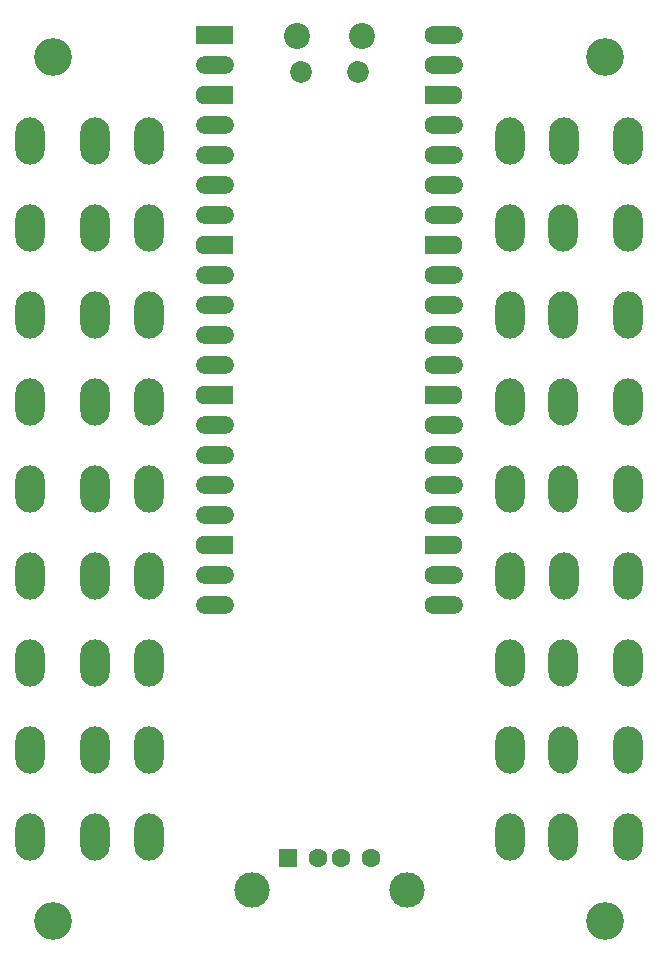
<source format=gbr>
%TF.GenerationSoftware,KiCad,Pcbnew,7.0.10*%
%TF.CreationDate,2024-03-07T13:06:01-05:00*%
%TF.ProjectId,adaptive-2040-nomoth,61646170-7469-4766-952d-323034302d6e,0*%
%TF.SameCoordinates,Original*%
%TF.FileFunction,Soldermask,Top*%
%TF.FilePolarity,Negative*%
%FSLAX46Y46*%
G04 Gerber Fmt 4.6, Leading zero omitted, Abs format (unit mm)*
G04 Created by KiCad (PCBNEW 7.0.10) date 2024-03-07 13:06:01*
%MOMM*%
%LPD*%
G01*
G04 APERTURE LIST*
G04 Aperture macros list*
%AMRoundRect*
0 Rectangle with rounded corners*
0 $1 Rounding radius*
0 $2 $3 $4 $5 $6 $7 $8 $9 X,Y pos of 4 corners*
0 Add a 4 corners polygon primitive as box body*
4,1,4,$2,$3,$4,$5,$6,$7,$8,$9,$2,$3,0*
0 Add four circle primitives for the rounded corners*
1,1,$1+$1,$2,$3*
1,1,$1+$1,$4,$5*
1,1,$1+$1,$6,$7*
1,1,$1+$1,$8,$9*
0 Add four rect primitives between the rounded corners*
20,1,$1+$1,$2,$3,$4,$5,0*
20,1,$1+$1,$4,$5,$6,$7,0*
20,1,$1+$1,$6,$7,$8,$9,0*
20,1,$1+$1,$8,$9,$2,$3,0*%
%AMFreePoly0*
4,1,28,0.178017,0.779942,0.347107,0.720775,0.498792,0.625465,0.625465,0.498792,0.720775,0.347107,0.779942,0.178017,0.800000,0.000000,0.779942,-0.178017,0.720775,-0.347107,0.625465,-0.498792,0.498792,-0.625465,0.347107,-0.720775,0.178017,-0.779942,0.000000,-0.800000,-2.200000,-0.800000,-2.205014,-0.794986,-2.244504,-0.794986,-2.324698,-0.756366,-2.380194,-0.686777,-2.400000,-0.600000,
-2.400000,0.600000,-2.380194,0.686777,-2.324698,0.756366,-2.244504,0.794986,-2.205014,0.794986,-2.200000,0.800000,0.000000,0.800000,0.178017,0.779942,0.178017,0.779942,$1*%
%AMFreePoly1*
4,1,28,0.605014,0.794986,0.644504,0.794986,0.724698,0.756366,0.780194,0.686777,0.800000,0.600000,0.800000,-0.600000,0.780194,-0.686777,0.724698,-0.756366,0.644504,-0.794986,0.605014,-0.794986,0.600000,-0.800000,0.000000,-0.800000,-0.178017,-0.779942,-0.347107,-0.720775,-0.498792,-0.625465,-0.625465,-0.498792,-0.720775,-0.347107,-0.779942,-0.178017,-0.800000,0.000000,-0.779942,0.178017,
-0.720775,0.347107,-0.625465,0.498792,-0.498792,0.625465,-0.347107,0.720775,-0.178017,0.779942,0.000000,0.800000,0.600000,0.800000,0.605014,0.794986,0.605014,0.794986,$1*%
%AMFreePoly2*
4,1,29,0.605014,0.794986,0.644504,0.794986,0.724698,0.756366,0.780194,0.686777,0.800000,0.600000,0.800000,-0.600000,0.780194,-0.686777,0.724698,-0.756366,0.644504,-0.794986,0.605014,-0.794986,0.600000,-0.800000,0.000000,-0.800000,-1.600000,-0.800000,-1.778017,-0.779942,-1.947107,-0.720775,-2.098792,-0.625465,-2.225465,-0.498792,-2.320775,-0.347107,-2.379942,-0.178017,-2.400000,0.000000,
-2.379942,0.178017,-2.320775,0.347107,-2.225465,0.498792,-2.098792,0.625465,-1.947107,0.720775,-1.778017,0.779942,-1.600000,0.800000,0.600000,0.800000,0.605014,0.794986,0.605014,0.794986,$1*%
%AMFreePoly3*
4,1,28,0.178017,0.779942,0.347107,0.720775,0.498792,0.625465,0.625465,0.498792,0.720775,0.347107,0.779942,0.178017,0.800000,0.000000,0.779942,-0.178017,0.720775,-0.347107,0.625465,-0.498792,0.498792,-0.625465,0.347107,-0.720775,0.178017,-0.779942,0.000000,-0.800000,-0.600000,-0.800000,-0.605014,-0.794986,-0.644504,-0.794986,-0.724698,-0.756366,-0.780194,-0.686777,-0.800000,-0.600000,
-0.800000,0.600000,-0.780194,0.686777,-0.724698,0.756366,-0.644504,0.794986,-0.605014,0.794986,-0.600000,0.800000,0.000000,0.800000,0.178017,0.779942,0.178017,0.779942,$1*%
%AMFreePoly4*
4,1,29,1.778017,0.779942,1.947107,0.720775,2.098792,0.625465,2.225465,0.498792,2.320775,0.347107,2.379942,0.178017,2.400000,0.000000,2.379942,-0.178017,2.320775,-0.347107,2.225465,-0.498792,2.098792,-0.625465,1.947107,-0.720775,1.778017,-0.779942,1.600000,-0.800000,0.000000,-0.800000,-0.600000,-0.800000,-0.605014,-0.794986,-0.644504,-0.794986,-0.724698,-0.756366,-0.780194,-0.686777,
-0.800000,-0.600000,-0.800000,0.600000,-0.780194,0.686777,-0.724698,0.756366,-0.644504,0.794986,-0.605014,0.794986,-0.600000,0.800000,1.600000,0.800000,1.778017,0.779942,1.778017,0.779942,$1*%
G04 Aperture macros list end*
%ADD10O,2.500000X4.000000*%
%ADD11R,1.600000X1.500000*%
%ADD12C,1.600000*%
%ADD13C,3.000000*%
%ADD14C,3.200000*%
%ADD15C,2.200000*%
%ADD16C,1.850000*%
%ADD17RoundRect,0.200000X-0.600000X-0.600000X0.600000X-0.600000X0.600000X0.600000X-0.600000X0.600000X0*%
%ADD18FreePoly0,0.000000*%
%ADD19RoundRect,0.800000X-0.800000X0.000000X0.800000X0.000000X0.800000X0.000000X-0.800000X0.000000X0*%
%ADD20FreePoly1,0.000000*%
%ADD21FreePoly2,0.000000*%
%ADD22FreePoly3,0.000000*%
%ADD23FreePoly4,0.000000*%
G04 APERTURE END LIST*
D10*
%TO.C,J10*%
X79717000Y-177927000D03*
X85217000Y-177927000D03*
X89717000Y-177927000D03*
%TD*%
D11*
%TO.C,J1*%
X101529000Y-179679000D03*
D12*
X104029000Y-179679000D03*
X106029000Y-179679000D03*
X108529000Y-179679000D03*
D13*
X98459000Y-182389000D03*
X111599000Y-182389000D03*
%TD*%
D10*
%TO.C,J2*%
X79717000Y-118999000D03*
X85217000Y-118999000D03*
X89717000Y-118999000D03*
%TD*%
D14*
%TO.C,REF11*%
X81661000Y-111887000D03*
%TD*%
D10*
%TO.C,J14*%
X130349000Y-155829000D03*
X124849000Y-155829000D03*
X120349000Y-155829000D03*
%TD*%
%TO.C,J15*%
X130341000Y-148463000D03*
X124841000Y-148463000D03*
X120341000Y-148463000D03*
%TD*%
%TO.C,J19*%
X130349000Y-118999000D03*
X124849000Y-118999000D03*
X120349000Y-118999000D03*
%TD*%
D14*
%TO.C,REF13*%
X81661000Y-185039000D03*
%TD*%
D10*
%TO.C,J3*%
X79717000Y-126365000D03*
X85217000Y-126365000D03*
X89717000Y-126365000D03*
%TD*%
%TO.C,J12*%
X130341000Y-170561000D03*
X124841000Y-170561000D03*
X120341000Y-170561000D03*
%TD*%
%TO.C,J5*%
X79717000Y-141097000D03*
X85217000Y-141097000D03*
X89717000Y-141097000D03*
%TD*%
%TO.C,J17*%
X130341000Y-133731000D03*
X124841000Y-133731000D03*
X120341000Y-133731000D03*
%TD*%
%TO.C,J4*%
X79717000Y-133731000D03*
X85217000Y-133731000D03*
X89717000Y-133731000D03*
%TD*%
D14*
%TO.C,REF14145235*%
X128397000Y-185039000D03*
%TD*%
D10*
%TO.C,J9*%
X79717000Y-170561000D03*
X85217000Y-170561000D03*
X89717000Y-170561000D03*
%TD*%
%TO.C,J7*%
X79717000Y-155829000D03*
X85217000Y-155829000D03*
X89717000Y-155829000D03*
%TD*%
%TO.C,J16*%
X130341000Y-141097000D03*
X124841000Y-141097000D03*
X120341000Y-141097000D03*
%TD*%
D14*
%TO.C,REF12*%
X128397000Y-111887000D03*
%TD*%
D10*
%TO.C,J6*%
X79717000Y-148463000D03*
X85217000Y-148463000D03*
X89717000Y-148463000D03*
%TD*%
D15*
%TO.C,U1*%
X102304000Y-110112000D03*
D16*
X102604000Y-113142000D03*
X107454000Y-113142000D03*
D15*
X107754000Y-110112000D03*
D17*
X96139000Y-109982000D03*
D18*
X96139000Y-109982000D03*
D12*
X96139000Y-112522000D03*
D19*
X95339000Y-112522000D03*
D20*
X96139000Y-115062000D03*
D21*
X96139000Y-115062000D03*
D12*
X96139000Y-117602000D03*
D19*
X95339000Y-117602000D03*
D12*
X96139000Y-120142000D03*
D19*
X95339000Y-120142000D03*
D12*
X96139000Y-122682000D03*
D19*
X95339000Y-122682000D03*
D12*
X96139000Y-125222000D03*
D19*
X95339000Y-125222000D03*
D20*
X96139000Y-127762000D03*
D21*
X96139000Y-127762000D03*
D12*
X96139000Y-130302000D03*
D19*
X95339000Y-130302000D03*
D12*
X96139000Y-132842000D03*
D19*
X95339000Y-132842000D03*
D12*
X96139000Y-135382000D03*
D19*
X95339000Y-135382000D03*
D12*
X96139000Y-137922000D03*
D19*
X95339000Y-137922000D03*
D20*
X96139000Y-140462000D03*
D21*
X96139000Y-140462000D03*
D12*
X96139000Y-143002000D03*
D19*
X95339000Y-143002000D03*
D12*
X96139000Y-145542000D03*
D19*
X95339000Y-145542000D03*
D12*
X96139000Y-148082000D03*
D19*
X95339000Y-148082000D03*
D12*
X96139000Y-150622000D03*
D19*
X95339000Y-150622000D03*
D20*
X96139000Y-153162000D03*
D21*
X96139000Y-153162000D03*
D12*
X96139000Y-155702000D03*
D19*
X95339000Y-155702000D03*
D12*
X96139000Y-158242000D03*
D19*
X95339000Y-158242000D03*
D12*
X113919000Y-158242000D03*
D19*
X114719000Y-158242000D03*
D12*
X113919000Y-155702000D03*
D19*
X114719000Y-155702000D03*
D22*
X113919000Y-153162000D03*
D23*
X113919000Y-153162000D03*
D12*
X113919000Y-150622000D03*
D19*
X114719000Y-150622000D03*
D12*
X113919000Y-148082000D03*
D19*
X114719000Y-148082000D03*
D12*
X113919000Y-145542000D03*
D19*
X114719000Y-145542000D03*
D12*
X113919000Y-143002000D03*
D19*
X114719000Y-143002000D03*
D22*
X113919000Y-140462000D03*
D23*
X113919000Y-140462000D03*
D12*
X113919000Y-137922000D03*
D19*
X114719000Y-137922000D03*
D12*
X113919000Y-135382000D03*
D19*
X114719000Y-135382000D03*
D12*
X113919000Y-132842000D03*
D19*
X114719000Y-132842000D03*
D12*
X113919000Y-130302000D03*
D19*
X114719000Y-130302000D03*
D22*
X113919000Y-127762000D03*
D23*
X113919000Y-127762000D03*
D12*
X113919000Y-125222000D03*
D19*
X114719000Y-125222000D03*
D12*
X113919000Y-122682000D03*
D19*
X114719000Y-122682000D03*
D12*
X113919000Y-120142000D03*
D19*
X114719000Y-120142000D03*
D12*
X113919000Y-117602000D03*
D19*
X114719000Y-117602000D03*
D22*
X113919000Y-115062000D03*
D23*
X113919000Y-115062000D03*
D12*
X113919000Y-112522000D03*
D19*
X114719000Y-112522000D03*
D12*
X113919000Y-109982000D03*
D19*
X114719000Y-109982000D03*
%TD*%
D10*
%TO.C,J8*%
X79717000Y-163195000D03*
X85217000Y-163195000D03*
X89717000Y-163195000D03*
%TD*%
%TO.C,J11*%
X130341000Y-177927000D03*
X124841000Y-177927000D03*
X120341000Y-177927000D03*
%TD*%
%TO.C,J13*%
X130341000Y-163195000D03*
X124841000Y-163195000D03*
X120341000Y-163195000D03*
%TD*%
%TO.C,J18*%
X130341000Y-126365000D03*
X124841000Y-126365000D03*
X120341000Y-126365000D03*
%TD*%
M02*

</source>
